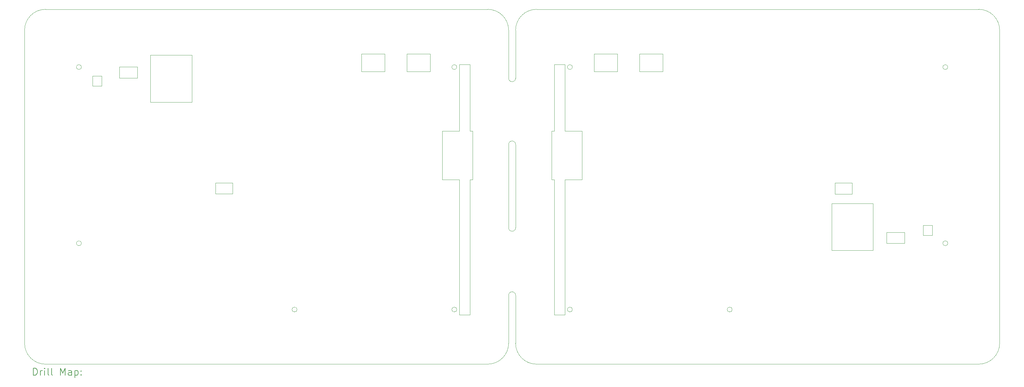
<source format=gbr>
%TF.GenerationSoftware,KiCad,Pcbnew,(6.0.11-0)*%
%TF.CreationDate,2023-02-19T21:32:54+08:00*%
%TF.ProjectId,3.1HeatingElement,332e3148-6561-4746-996e-67456c656d65,rev?*%
%TF.SameCoordinates,Original*%
%TF.FileFunction,Drillmap*%
%TF.FilePolarity,Positive*%
%FSLAX45Y45*%
G04 Gerber Fmt 4.5, Leading zero omitted, Abs format (unit mm)*
G04 Created by KiCad (PCBNEW (6.0.11-0)) date 2023-02-19 21:32:54*
%MOMM*%
%LPD*%
G01*
G04 APERTURE LIST*
%ADD10C,0.050000*%
%ADD11C,0.100000*%
%ADD12C,0.000100*%
%ADD13C,0.200000*%
G04 APERTURE END LIST*
D10*
X16809272Y-9597648D02*
X16314272Y-9597648D01*
X15935272Y-8200000D02*
X16014272Y-8200000D01*
X14700000Y-10980000D02*
G75*
G03*
X14900000Y-10980000I100000J0D01*
G01*
X14700000Y-6680000D02*
G75*
G03*
X14900000Y-6680000I100000J0D01*
G01*
X3526323Y-6352939D02*
X4043323Y-6352939D01*
X4043323Y-6352939D02*
X4043323Y-6671939D01*
X4043323Y-6671939D02*
X3526323Y-6671939D01*
X3526323Y-6671939D02*
X3526323Y-6352939D01*
D11*
X14100000Y-14900000D02*
G75*
G03*
X14700000Y-14300000I0J600000D01*
G01*
D10*
X2751694Y-6620345D02*
X3017694Y-6620345D01*
X3017694Y-6620345D02*
X3017694Y-6907845D01*
X3017694Y-6907845D02*
X2751694Y-6907845D01*
X2751694Y-6907845D02*
X2751694Y-6620345D01*
X25555272Y-11109648D02*
X26072272Y-11109648D01*
X26072272Y-11109648D02*
X26072272Y-11428648D01*
X26072272Y-11428648D02*
X25555272Y-11428648D01*
X25555272Y-11428648D02*
X25555272Y-11109648D01*
D12*
X8621978Y-13330000D02*
G75*
G03*
X8621978Y-13330000I-70000J0D01*
G01*
D10*
X16014272Y-13483648D02*
X16314272Y-13483648D01*
X28200000Y-14900000D02*
X15500000Y-14900000D01*
X24073772Y-9689648D02*
X24566772Y-9689648D01*
X24566772Y-9689648D02*
X24566772Y-10008648D01*
X24566772Y-10008648D02*
X24073772Y-10008648D01*
X24073772Y-10008648D02*
X24073772Y-9689648D01*
D11*
X14700000Y-5300000D02*
G75*
G03*
X14100000Y-4700000I-600000J0D01*
G01*
D12*
X27309272Y-11425000D02*
G75*
G03*
X27309272Y-11425000I-70000J0D01*
G01*
D10*
X13286533Y-9597646D02*
X12791533Y-9597646D01*
X15935272Y-8200000D02*
X15935272Y-9597648D01*
X16809272Y-8200000D02*
X16809272Y-9597648D01*
X16314272Y-6283648D02*
X16314272Y-8200000D01*
X14900000Y-12920000D02*
G75*
G03*
X14700000Y-12920000I-100000J0D01*
G01*
X18455272Y-5984648D02*
X19129272Y-5984648D01*
X19129272Y-5984648D02*
X19129272Y-6486648D01*
X19129272Y-6486648D02*
X18455272Y-6486648D01*
X18455272Y-6486648D02*
X18455272Y-5984648D01*
X14900000Y-8585000D02*
X14900000Y-10980000D01*
X16014272Y-6283648D02*
X16314272Y-6283648D01*
X28800000Y-5300000D02*
X28800000Y-14300000D01*
X14700000Y-12920000D02*
X14700000Y-14300000D01*
X13286533Y-8200000D02*
X13286533Y-6283646D01*
D11*
X15500000Y-4700000D02*
G75*
G03*
X14900000Y-5300000I0J-600000D01*
G01*
D10*
X13286533Y-8200000D02*
X12791533Y-8200000D01*
D12*
X16529277Y-6359999D02*
G75*
G03*
X16529277Y-6359999I-70000J0D01*
G01*
D10*
X13586533Y-6283646D02*
X13586533Y-8200000D01*
X800000Y-5300000D02*
X800000Y-14300000D01*
D11*
X14900000Y-14300000D02*
G75*
G03*
X15500000Y-14900000I600000J0D01*
G01*
D10*
X13286533Y-6283646D02*
X13586533Y-6283646D01*
D11*
X1400000Y-4700000D02*
G75*
G03*
X800000Y-5300000I0J-600000D01*
G01*
D10*
X16014272Y-13483648D02*
X16014272Y-9597648D01*
X17151272Y-5983648D02*
X17825272Y-5983648D01*
X17825272Y-5983648D02*
X17825272Y-6485648D01*
X17825272Y-6485648D02*
X17151272Y-6485648D01*
X17151272Y-6485648D02*
X17151272Y-5983648D01*
D12*
X16529276Y-13330000D02*
G75*
G03*
X16529276Y-13330000I-70000J0D01*
G01*
D10*
X14700000Y-6680000D02*
X14700000Y-5300000D01*
D12*
X2430728Y-6360000D02*
G75*
G03*
X2430728Y-6360000I-70000J0D01*
G01*
D10*
X1400000Y-4700000D02*
X14100000Y-4700000D01*
X1400000Y-14900000D02*
X14100000Y-14900000D01*
D12*
X27309272Y-6360000D02*
G75*
G03*
X27309272Y-6360000I-70000J0D01*
G01*
D10*
X16314272Y-9597648D02*
X16314272Y-13483648D01*
D12*
X13210724Y-13330000D02*
G75*
G03*
X13210724Y-13330000I-70000J0D01*
G01*
D10*
X6282803Y-9686893D02*
X6775803Y-9686893D01*
X6775803Y-9686893D02*
X6775803Y-10005893D01*
X6775803Y-10005893D02*
X6282803Y-10005893D01*
X6282803Y-10005893D02*
X6282803Y-9686893D01*
D11*
X28800000Y-5300000D02*
G75*
G03*
X28200000Y-4700000I-600000J0D01*
G01*
D10*
X13286533Y-13483646D02*
X13286533Y-9597646D01*
X5603290Y-7369000D02*
X4412290Y-7369000D01*
X4412290Y-7369000D02*
X4412290Y-6016000D01*
X4412290Y-6016000D02*
X5603290Y-6016000D01*
X5603290Y-6016000D02*
X5603290Y-7369000D01*
X14900000Y-5300000D02*
X14900000Y-6680000D01*
X13586533Y-13483646D02*
X13586533Y-9597646D01*
X13286533Y-13483646D02*
X13586533Y-13483646D01*
X26602272Y-10905898D02*
X26868272Y-10905898D01*
X26868272Y-10905898D02*
X26868272Y-11193398D01*
X26868272Y-11193398D02*
X26602272Y-11193398D01*
X26602272Y-11193398D02*
X26602272Y-10905898D01*
X13586533Y-9597646D02*
X13665533Y-9597646D01*
D11*
X800000Y-14300000D02*
G75*
G03*
X1400000Y-14900000I600000J0D01*
G01*
D10*
X13586533Y-8200000D02*
X13665533Y-8200000D01*
X15935272Y-9597648D02*
X16014272Y-9597648D01*
D12*
X13210723Y-6359999D02*
G75*
G03*
X13210723Y-6359999I-70000J0D01*
G01*
D11*
X28200000Y-14900000D02*
G75*
G03*
X28800000Y-14300000I0J600000D01*
G01*
D12*
X2430728Y-11425000D02*
G75*
G03*
X2430728Y-11425000I-70000J0D01*
G01*
D10*
X13665533Y-9597646D02*
X13665533Y-8200000D01*
X16809272Y-8200000D02*
X16314272Y-8200000D01*
X14900000Y-12920000D02*
X14900000Y-14300000D01*
X16014272Y-8200000D02*
X16014272Y-6283648D01*
X11775533Y-5983646D02*
X12449533Y-5983646D01*
X12449533Y-5983646D02*
X12449533Y-6485646D01*
X12449533Y-6485646D02*
X11775533Y-6485646D01*
X11775533Y-6485646D02*
X11775533Y-5983646D01*
X14900000Y-8585000D02*
G75*
G03*
X14700000Y-8585000I-100000J0D01*
G01*
X23976272Y-10278648D02*
X25167272Y-10278648D01*
X25167272Y-10278648D02*
X25167272Y-11631648D01*
X25167272Y-11631648D02*
X23976272Y-11631648D01*
X23976272Y-11631648D02*
X23976272Y-10278648D01*
D12*
X21118022Y-13330000D02*
G75*
G03*
X21118022Y-13330000I-70000J0D01*
G01*
D10*
X14700000Y-8585000D02*
X14700000Y-10980000D01*
X28200000Y-4700000D02*
X15500000Y-4700000D01*
X10471533Y-5984646D02*
X11145533Y-5984646D01*
X11145533Y-5984646D02*
X11145533Y-6486646D01*
X11145533Y-6486646D02*
X10471533Y-6486646D01*
X10471533Y-6486646D02*
X10471533Y-5984646D01*
X12791533Y-9597646D02*
X12791533Y-8200000D01*
D13*
X1052619Y-15215476D02*
X1052619Y-15015476D01*
X1100238Y-15015476D01*
X1128810Y-15025000D01*
X1147857Y-15044048D01*
X1157381Y-15063095D01*
X1166905Y-15101190D01*
X1166905Y-15129762D01*
X1157381Y-15167857D01*
X1147857Y-15186905D01*
X1128810Y-15205952D01*
X1100238Y-15215476D01*
X1052619Y-15215476D01*
X1252619Y-15215476D02*
X1252619Y-15082143D01*
X1252619Y-15120238D02*
X1262143Y-15101190D01*
X1271667Y-15091667D01*
X1290714Y-15082143D01*
X1309762Y-15082143D01*
X1376429Y-15215476D02*
X1376429Y-15082143D01*
X1376429Y-15015476D02*
X1366905Y-15025000D01*
X1376429Y-15034524D01*
X1385952Y-15025000D01*
X1376429Y-15015476D01*
X1376429Y-15034524D01*
X1500238Y-15215476D02*
X1481190Y-15205952D01*
X1471667Y-15186905D01*
X1471667Y-15015476D01*
X1605000Y-15215476D02*
X1585952Y-15205952D01*
X1576428Y-15186905D01*
X1576428Y-15015476D01*
X1833571Y-15215476D02*
X1833571Y-15015476D01*
X1900238Y-15158333D01*
X1966905Y-15015476D01*
X1966905Y-15215476D01*
X2147857Y-15215476D02*
X2147857Y-15110714D01*
X2138333Y-15091667D01*
X2119286Y-15082143D01*
X2081190Y-15082143D01*
X2062143Y-15091667D01*
X2147857Y-15205952D02*
X2128810Y-15215476D01*
X2081190Y-15215476D01*
X2062143Y-15205952D01*
X2052619Y-15186905D01*
X2052619Y-15167857D01*
X2062143Y-15148809D01*
X2081190Y-15139286D01*
X2128810Y-15139286D01*
X2147857Y-15129762D01*
X2243095Y-15082143D02*
X2243095Y-15282143D01*
X2243095Y-15091667D02*
X2262143Y-15082143D01*
X2300238Y-15082143D01*
X2319286Y-15091667D01*
X2328810Y-15101190D01*
X2338333Y-15120238D01*
X2338333Y-15177381D01*
X2328810Y-15196428D01*
X2319286Y-15205952D01*
X2300238Y-15215476D01*
X2262143Y-15215476D01*
X2243095Y-15205952D01*
X2424048Y-15196428D02*
X2433571Y-15205952D01*
X2424048Y-15215476D01*
X2414524Y-15205952D01*
X2424048Y-15196428D01*
X2424048Y-15215476D01*
X2424048Y-15091667D02*
X2433571Y-15101190D01*
X2424048Y-15110714D01*
X2414524Y-15101190D01*
X2424048Y-15091667D01*
X2424048Y-15110714D01*
M02*

</source>
